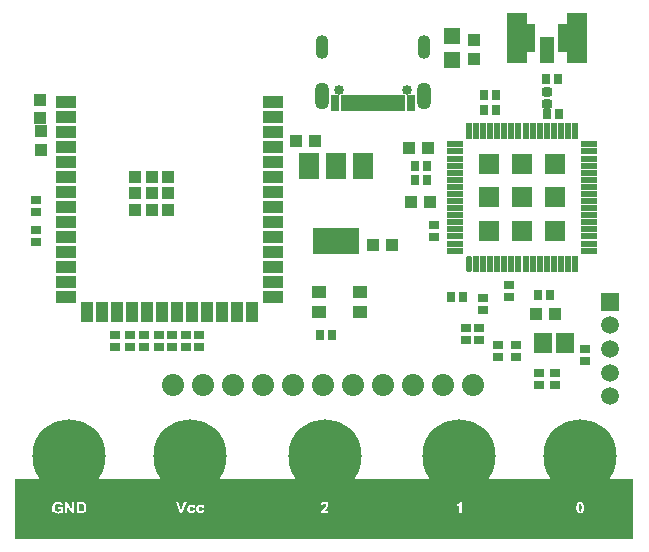
<source format=gts>
G04*
G04 #@! TF.GenerationSoftware,Altium Limited,Altium Designer,24.2.2 (26)*
G04*
G04 Layer_Color=8388736*
%FSLAX43Y43*%
%MOMM*%
G71*
G04*
G04 #@! TF.SameCoordinates,B843E786-A032-4A45-835C-5377563589AC*
G04*
G04*
G04 #@! TF.FilePolarity,Negative*
G04*
G01*
G75*
%ADD19R,1.000X5.000*%
%ADD38R,0.914X2.337*%
%ADD39R,1.100X1.100*%
%ADD40R,1.700X1.100*%
%ADD41R,1.100X1.700*%
%ADD42R,0.570X1.370*%
%ADD43R,1.100X1.100*%
%ADD44R,1.370X0.570*%
%ADD45R,1.700X2.200*%
%ADD46R,4.000X2.200*%
%ADD47R,1.200X1.050*%
%ADD48R,0.900X0.800*%
%ADD49R,0.800X0.900*%
G04:AMPARAMS|DCode=50|XSize=0.8mm|YSize=0.9mm|CornerRadius=0.25mm|HoleSize=0mm|Usage=FLASHONLY|Rotation=90.000|XOffset=0mm|YOffset=0mm|HoleType=Round|Shape=RoundedRectangle|*
%AMROUNDEDRECTD50*
21,1,0.800,0.400,0,0,90.0*
21,1,0.300,0.900,0,0,90.0*
1,1,0.500,0.200,0.150*
1,1,0.500,0.200,-0.150*
1,1,0.500,-0.200,-0.150*
1,1,0.500,-0.200,0.150*
%
%ADD50ROUNDEDRECTD50*%
%ADD51R,1.521X1.724*%
%ADD52R,0.800X1.340*%
%ADD53R,0.500X1.340*%
%ADD54R,1.724X4.264*%
%ADD55R,1.216X2.232*%
%ADD56R,1.800X1.800*%
G04:AMPARAMS|DCode=57|XSize=1.37mm|YSize=0.57mm|CornerRadius=0.285mm|HoleSize=0mm|Usage=FLASHONLY|Rotation=90.000|XOffset=0mm|YOffset=0mm|HoleType=Round|Shape=RoundedRectangle|*
%AMROUNDEDRECTD57*
21,1,1.370,0.000,0,0,90.0*
21,1,0.800,0.570,0,0,90.0*
1,1,0.570,0.000,0.400*
1,1,0.570,0.000,-0.400*
1,1,0.570,0.000,-0.400*
1,1,0.570,0.000,0.400*
%
%ADD57ROUNDEDRECTD57*%
%ADD58R,1.400X1.400*%
%ADD59C,6.200*%
%ADD60C,1.876*%
%ADD61C,1.500*%
%ADD62C,0.850*%
%ADD63O,1.100X2.000*%
%ADD64O,1.250X2.300*%
%ADD65R,1.500X1.500*%
G36*
X49950Y5040D02*
X52162D01*
Y-40D01*
X49950D01*
Y-40D01*
X45340D01*
Y-40D01*
X39710D01*
Y-40D01*
X35398D01*
Y-50D01*
X28032D01*
Y-40D01*
X23968D01*
Y-50D01*
X16602D01*
Y-40D01*
X12310D01*
Y-40D01*
X6710D01*
Y-40D01*
X2378D01*
Y-50D01*
X-162D01*
Y5030D01*
X2100D01*
Y5235D01*
X6710D01*
Y5040D01*
X12310D01*
Y5235D01*
X16920D01*
Y5030D01*
X23690D01*
Y5235D01*
X28300D01*
Y5030D01*
X35100D01*
Y5235D01*
X39710D01*
Y5040D01*
X45340D01*
Y5235D01*
X49950D01*
Y5040D01*
D02*
G37*
%LPC*%
G36*
X26323Y3087D02*
D01*
Y2816D01*
X26322Y2837D01*
X26319Y2857D01*
X26315Y2876D01*
X26310Y2895D01*
X26304Y2912D01*
X26296Y2928D01*
X26289Y2942D01*
X26281Y2955D01*
X26273Y2968D01*
X26266Y2978D01*
X26258Y2988D01*
X26252Y2995D01*
X26247Y3000D01*
X26242Y3006D01*
X26240Y3008D01*
X26239Y3009D01*
X26223Y3023D01*
X26205Y3034D01*
X26187Y3045D01*
X26169Y3054D01*
X26150Y3062D01*
X26131Y3068D01*
X26113Y3073D01*
X26095Y3078D01*
X26079Y3081D01*
X26063Y3083D01*
X26049Y3085D01*
X26037Y3086D01*
X26027Y3087D01*
X25992D01*
X26013D01*
X25989Y3086D01*
X25965Y3084D01*
X25943Y3081D01*
X25923Y3077D01*
X25903Y3071D01*
X25885Y3066D01*
X25869Y3060D01*
X25853Y3053D01*
X25840Y3047D01*
X25828Y3041D01*
X25818Y3035D01*
X25809Y3030D01*
X25803Y3026D01*
X25797Y3023D01*
X25794Y3021D01*
X25793Y3019D01*
X25777Y3006D01*
X25764Y2991D01*
X25751Y2974D01*
X25740Y2956D01*
X25731Y2938D01*
X25722Y2919D01*
X25715Y2901D01*
X25709Y2883D01*
X25703Y2866D01*
X25699Y2850D01*
X25696Y2836D01*
X25694Y2823D01*
X25692Y2812D01*
X25691Y2804D01*
X25690Y2800D01*
Y2798D01*
X25876Y2780D01*
X25877Y2794D01*
X25879Y2808D01*
X25884Y2832D01*
X25890Y2853D01*
X25897Y2868D01*
X25904Y2881D01*
X25909Y2889D01*
X25914Y2894D01*
X25915Y2896D01*
X25928Y2907D01*
X25944Y2917D01*
X25960Y2923D01*
X25975Y2928D01*
X25989Y2930D01*
X25999Y2932D01*
X26009D01*
X26030Y2931D01*
X26048Y2926D01*
X26064Y2921D01*
X26077Y2915D01*
X26088Y2909D01*
X26095Y2903D01*
X26101Y2899D01*
X26102Y2898D01*
X26113Y2884D01*
X26122Y2868D01*
X26127Y2853D01*
X26131Y2838D01*
X26133Y2823D01*
X26136Y2812D01*
Y2808D01*
Y2805D01*
Y2803D01*
Y2802D01*
X26133Y2781D01*
X26129Y2760D01*
X26123Y2740D01*
X26117Y2724D01*
X26109Y2709D01*
X26103Y2697D01*
X26100Y2693D01*
X26099Y2690D01*
X26096Y2689D01*
Y2688D01*
X26090Y2679D01*
X26082Y2669D01*
X26071Y2657D01*
X26061Y2645D01*
X26035Y2619D01*
X26008Y2593D01*
X25995Y2580D01*
X25982Y2567D01*
X25972Y2557D01*
X25961Y2547D01*
X25953Y2540D01*
X25946Y2533D01*
X25942Y2529D01*
X25941Y2528D01*
X25913Y2502D01*
X25887Y2476D01*
X25863Y2452D01*
X25842Y2430D01*
X25823Y2410D01*
X25806Y2390D01*
X25790Y2373D01*
X25777Y2357D01*
X25766Y2342D01*
X25756Y2331D01*
X25748Y2319D01*
X25741Y2310D01*
X25737Y2304D01*
X25733Y2299D01*
X25732Y2296D01*
X25731Y2295D01*
X25713Y2262D01*
X25699Y2229D01*
X25688Y2197D01*
X25679Y2169D01*
X25676Y2156D01*
X25674Y2145D01*
X25672Y2134D01*
X25670Y2126D01*
X25669Y2118D01*
Y2113D01*
X25667Y2110D01*
Y2109D01*
X26323D01*
Y3087D01*
D02*
G37*
G36*
X3870Y3102D02*
X2958D01*
X3417D01*
X3392Y3100D01*
X3369Y3098D01*
X3347Y3095D01*
X3326Y3091D01*
X3307Y3087D01*
X3289Y3082D01*
X3273Y3078D01*
X3258Y3074D01*
X3245Y3070D01*
X3235Y3065D01*
X3225Y3061D01*
X3218Y3058D01*
X3213Y3056D01*
X3209Y3055D01*
X3208Y3054D01*
X3186Y3041D01*
X3165Y3027D01*
X3145Y3014D01*
X3127Y2999D01*
X3110Y2983D01*
X3095Y2968D01*
X3081Y2953D01*
X3069Y2939D01*
X3057Y2925D01*
X3048Y2912D01*
X3040Y2901D01*
X3033Y2891D01*
X3028Y2883D01*
X3025Y2876D01*
X3022Y2872D01*
X3021Y2871D01*
X3010Y2849D01*
X3000Y2826D01*
X2992Y2802D01*
X2984Y2779D01*
X2979Y2756D01*
X2974Y2734D01*
X2970Y2711D01*
X2966Y2691D01*
X2963Y2672D01*
X2961Y2655D01*
X2960Y2640D01*
X2959Y2626D01*
X2958Y2615D01*
Y2093D01*
Y2601D01*
X2959Y2574D01*
X2960Y2549D01*
X2963Y2524D01*
X2966Y2500D01*
X2972Y2478D01*
X2976Y2457D01*
X2981Y2437D01*
X2987Y2418D01*
X2992Y2401D01*
X2997Y2386D01*
X3002Y2372D01*
X3007Y2362D01*
X3010Y2352D01*
X3013Y2346D01*
X3014Y2342D01*
X3015Y2341D01*
X3027Y2318D01*
X3038Y2298D01*
X3052Y2279D01*
X3066Y2261D01*
X3079Y2245D01*
X3094Y2230D01*
X3108Y2216D01*
X3122Y2204D01*
X3134Y2193D01*
X3146Y2183D01*
X3158Y2176D01*
X3166Y2168D01*
X3175Y2163D01*
X3180Y2160D01*
X3184Y2158D01*
X3185Y2157D01*
X3207Y2145D01*
X3230Y2136D01*
X3252Y2127D01*
X3275Y2120D01*
X3298Y2114D01*
X3320Y2109D01*
X3342Y2105D01*
X3362Y2102D01*
X3381Y2099D01*
X3398Y2096D01*
X3413Y2095D01*
X3427Y2094D01*
X3438Y2093D01*
X3452D01*
X3475Y2094D01*
X3497Y2095D01*
X3540Y2101D01*
X3561Y2104D01*
X3580Y2108D01*
X3599Y2112D01*
X3616Y2117D01*
X3632Y2121D01*
X3647Y2124D01*
X3660Y2128D01*
X3670Y2131D01*
X3679Y2135D01*
X3685Y2137D01*
X3689Y2139D01*
X3690D01*
X3711Y2147D01*
X3731Y2157D01*
X3750Y2165D01*
X3767Y2175D01*
X3784Y2183D01*
X3799Y2192D01*
X3812Y2200D01*
X3824Y2208D01*
X3835Y2216D01*
X3845Y2222D01*
X3852Y2229D01*
X3858Y2234D01*
X3864Y2238D01*
X3867Y2241D01*
X3869Y2242D01*
X3870Y2243D01*
Y2112D01*
Y2639D01*
Y2633D01*
X3446D01*
Y2468D01*
X3671D01*
Y2344D01*
X3653Y2331D01*
X3635Y2320D01*
X3617Y2311D01*
X3600Y2303D01*
X3586Y2295D01*
X3574Y2290D01*
X3570Y2288D01*
X3567Y2287D01*
X3564Y2286D01*
X3563D01*
X3540Y2277D01*
X3518Y2272D01*
X3498Y2268D01*
X3479Y2264D01*
X3463Y2262D01*
X3456D01*
X3450Y2261D01*
X3440D01*
X3417Y2262D01*
X3395Y2266D01*
X3375Y2270D01*
X3355Y2275D01*
X3337Y2281D01*
X3321Y2289D01*
X3306Y2296D01*
X3292Y2305D01*
X3280Y2313D01*
X3269Y2320D01*
X3260Y2328D01*
X3252Y2334D01*
X3246Y2340D01*
X3241Y2345D01*
X3239Y2347D01*
X3238Y2348D01*
X3224Y2365D01*
X3213Y2384D01*
X3202Y2404D01*
X3194Y2425D01*
X3186Y2447D01*
X3180Y2468D01*
X3175Y2491D01*
X3170Y2511D01*
X3167Y2531D01*
X3165Y2550D01*
X3163Y2566D01*
X3162Y2580D01*
Y2592D01*
X3161Y2602D01*
Y2607D01*
Y2609D01*
X3162Y2639D01*
X3164Y2666D01*
X3168Y2691D01*
X3172Y2715D01*
X3179Y2737D01*
X3185Y2757D01*
X3191Y2775D01*
X3199Y2791D01*
X3206Y2805D01*
X3213Y2817D01*
X3219Y2828D01*
X3225Y2836D01*
X3230Y2844D01*
X3234Y2848D01*
X3236Y2851D01*
X3237Y2852D01*
X3252Y2867D01*
X3268Y2879D01*
X3284Y2890D01*
X3301Y2900D01*
X3318Y2908D01*
X3335Y2914D01*
X3352Y2920D01*
X3368Y2924D01*
X3383Y2927D01*
X3398Y2930D01*
X3410Y2932D01*
X3421Y2933D01*
X3429Y2934D01*
X3442D01*
X3473Y2932D01*
X3500Y2928D01*
X3524Y2921D01*
X3544Y2913D01*
X3553Y2909D01*
X3561Y2906D01*
X3568Y2902D01*
X3573Y2898D01*
X3578Y2896D01*
X3581Y2894D01*
X3582Y2892D01*
X3584D01*
X3604Y2875D01*
X3619Y2857D01*
X3633Y2838D01*
X3644Y2820D01*
X3652Y2804D01*
X3655Y2797D01*
X3657Y2791D01*
X3660Y2786D01*
X3661Y2782D01*
X3662Y2780D01*
Y2779D01*
X3857Y2816D01*
X3851Y2840D01*
X3843Y2864D01*
X3834Y2886D01*
X3824Y2906D01*
X3814Y2924D01*
X3802Y2942D01*
X3792Y2958D01*
X3780Y2971D01*
X3769Y2984D01*
X3759Y2996D01*
X3749Y3004D01*
X3742Y3013D01*
X3735Y3019D01*
X3729Y3023D01*
X3726Y3025D01*
X3725Y3026D01*
X3705Y3040D01*
X3684Y3052D01*
X3662Y3061D01*
X3638Y3071D01*
X3614Y3078D01*
X3591Y3083D01*
X3568Y3089D01*
X3545Y3093D01*
X3524Y3096D01*
X3505Y3098D01*
X3487Y3100D01*
X3471Y3101D01*
X3460Y3102D01*
X3870D01*
D01*
D02*
G37*
G36*
X15809Y2841D02*
D01*
Y2357D01*
X15626Y2389D01*
X15619Y2363D01*
X15612Y2341D01*
X15603Y2323D01*
X15596Y2308D01*
X15589Y2298D01*
X15582Y2290D01*
X15578Y2285D01*
X15577Y2284D01*
X15563Y2275D01*
X15550Y2267D01*
X15535Y2262D01*
X15521Y2259D01*
X15509Y2257D01*
X15499Y2254D01*
X15490D01*
X15478Y2256D01*
X15465Y2257D01*
X15442Y2263D01*
X15423Y2271D01*
X15407Y2281D01*
X15393Y2290D01*
X15384Y2298D01*
X15378Y2304D01*
X15376Y2305D01*
Y2306D01*
X15369Y2317D01*
X15363Y2328D01*
X15357Y2342D01*
X15352Y2356D01*
X15346Y2385D01*
X15340Y2414D01*
X15338Y2429D01*
X15337Y2441D01*
X15336Y2453D01*
Y2464D01*
X15335Y2472D01*
Y2478D01*
Y2483D01*
Y2484D01*
Y2504D01*
X15337Y2523D01*
X15339Y2541D01*
X15341Y2557D01*
X15345Y2571D01*
X15348Y2584D01*
X15352Y2597D01*
X15356Y2607D01*
X15359Y2616D01*
X15364Y2624D01*
X15367Y2631D01*
X15370Y2636D01*
X15372Y2640D01*
X15374Y2643D01*
X15376Y2644D01*
Y2645D01*
X15385Y2654D01*
X15393Y2661D01*
X15411Y2674D01*
X15429Y2682D01*
X15447Y2688D01*
X15463Y2692D01*
X15470Y2693D01*
X15476D01*
X15481Y2694D01*
X15487D01*
X15506Y2693D01*
X15523Y2690D01*
X15538Y2684D01*
X15550Y2680D01*
X15560Y2675D01*
X15566Y2670D01*
X15572Y2667D01*
X15573Y2665D01*
X15584Y2654D01*
X15594Y2641D01*
X15601Y2627D01*
X15608Y2615D01*
X15611Y2603D01*
X15614Y2593D01*
X15616Y2586D01*
Y2585D01*
Y2584D01*
X15800Y2617D01*
X15794Y2637D01*
X15785Y2657D01*
X15778Y2674D01*
X15768Y2691D01*
X15760Y2706D01*
X15750Y2719D01*
X15741Y2732D01*
X15732Y2744D01*
X15724Y2753D01*
X15717Y2762D01*
X15709Y2769D01*
X15703Y2774D01*
X15697Y2780D01*
X15693Y2783D01*
X15691Y2784D01*
X15690Y2785D01*
X15675Y2794D01*
X15659Y2804D01*
X15643Y2811D01*
X15626Y2818D01*
X15592Y2827D01*
X15559Y2833D01*
X15544Y2837D01*
X15529Y2838D01*
X15518Y2839D01*
X15506Y2840D01*
X15498Y2841D01*
X15144D01*
X15485D01*
X15457Y2840D01*
X15429Y2837D01*
X15404Y2831D01*
X15379Y2826D01*
X15357Y2818D01*
X15337Y2810D01*
X15318Y2801D01*
X15301Y2792D01*
X15286Y2783D01*
X15273Y2773D01*
X15262Y2766D01*
X15253Y2758D01*
X15245Y2752D01*
X15240Y2747D01*
X15237Y2744D01*
X15236Y2743D01*
X15220Y2724D01*
X15205Y2704D01*
X15193Y2681D01*
X15183Y2659D01*
X15173Y2636D01*
X15166Y2614D01*
X15161Y2592D01*
X15155Y2570D01*
X15151Y2549D01*
X15149Y2530D01*
X15147Y2513D01*
X15145Y2499D01*
Y2487D01*
X15144Y2477D01*
Y2470D01*
X15145Y2438D01*
X15148Y2409D01*
X15152Y2381D01*
X15159Y2355D01*
X15165Y2331D01*
X15173Y2308D01*
X15181Y2288D01*
X15190Y2270D01*
X15199Y2254D01*
X15207Y2240D01*
X15215Y2228D01*
X15221Y2217D01*
X15227Y2210D01*
X15232Y2204D01*
X15235Y2201D01*
X15236Y2200D01*
X15254Y2183D01*
X15273Y2168D01*
X15293Y2154D01*
X15313Y2144D01*
X15334Y2134D01*
X15354Y2126D01*
X15374Y2119D01*
X15393Y2115D01*
X15411Y2111D01*
X15428Y2108D01*
X15444Y2105D01*
X15457Y2103D01*
X15467D01*
X15476Y2102D01*
X15144D01*
X15482D01*
X15507Y2103D01*
X15531Y2105D01*
X15553Y2109D01*
X15573Y2112D01*
X15593Y2117D01*
X15611Y2122D01*
X15627Y2128D01*
X15641Y2134D01*
X15654Y2140D01*
X15666Y2146D01*
X15675Y2151D01*
X15684Y2156D01*
X15690Y2159D01*
X15695Y2163D01*
X15697Y2165D01*
X15699Y2166D01*
X15713Y2178D01*
X15727Y2192D01*
X15739Y2207D01*
X15750Y2223D01*
X15761Y2239D01*
X15769Y2254D01*
X15784Y2285D01*
X15790Y2300D01*
X15796Y2314D01*
X15800Y2325D01*
X15803Y2336D01*
X15806Y2345D01*
X15808Y2352D01*
X15809Y2356D01*
Y2210D01*
Y2841D01*
D02*
G37*
G36*
X15052D02*
D01*
Y2357D01*
X14868Y2389D01*
X14862Y2363D01*
X14854Y2341D01*
X14846Y2323D01*
X14838Y2308D01*
X14831Y2298D01*
X14825Y2290D01*
X14820Y2285D01*
X14819Y2284D01*
X14806Y2275D01*
X14792Y2267D01*
X14777Y2262D01*
X14763Y2259D01*
X14752Y2257D01*
X14741Y2254D01*
X14733D01*
X14720Y2256D01*
X14707Y2257D01*
X14684Y2263D01*
X14665Y2271D01*
X14649Y2281D01*
X14636Y2290D01*
X14626Y2298D01*
X14621Y2304D01*
X14619Y2305D01*
Y2306D01*
X14611Y2317D01*
X14605Y2328D01*
X14600Y2342D01*
X14594Y2356D01*
X14588Y2385D01*
X14583Y2414D01*
X14581Y2429D01*
X14580Y2441D01*
X14578Y2453D01*
Y2464D01*
X14577Y2472D01*
Y2478D01*
Y2483D01*
Y2484D01*
Y2504D01*
X14580Y2523D01*
X14582Y2541D01*
X14584Y2557D01*
X14587Y2571D01*
X14590Y2584D01*
X14594Y2597D01*
X14599Y2607D01*
X14602Y2616D01*
X14606Y2624D01*
X14609Y2631D01*
X14612Y2636D01*
X14614Y2640D01*
X14617Y2643D01*
X14619Y2644D01*
Y2645D01*
X14627Y2654D01*
X14636Y2661D01*
X14654Y2674D01*
X14671Y2682D01*
X14689Y2688D01*
X14705Y2692D01*
X14713Y2693D01*
X14718D01*
X14723Y2694D01*
X14730D01*
X14749Y2693D01*
X14766Y2690D01*
X14780Y2684D01*
X14792Y2680D01*
X14803Y2675D01*
X14809Y2670D01*
X14814Y2667D01*
X14815Y2665D01*
X14827Y2654D01*
X14836Y2641D01*
X14844Y2627D01*
X14850Y2615D01*
X14853Y2603D01*
X14856Y2593D01*
X14859Y2586D01*
Y2585D01*
Y2584D01*
X15042Y2617D01*
X15036Y2637D01*
X15028Y2657D01*
X15020Y2674D01*
X15011Y2691D01*
X15002Y2706D01*
X14993Y2719D01*
X14983Y2732D01*
X14975Y2744D01*
X14966Y2753D01*
X14959Y2762D01*
X14951Y2769D01*
X14945Y2774D01*
X14940Y2780D01*
X14936Y2783D01*
X14934Y2784D01*
X14932Y2785D01*
X14918Y2794D01*
X14902Y2804D01*
X14885Y2811D01*
X14868Y2818D01*
X14834Y2827D01*
X14801Y2833D01*
X14787Y2837D01*
X14772Y2838D01*
X14760Y2839D01*
X14749Y2840D01*
X14740Y2841D01*
X14386D01*
X14727D01*
X14699Y2840D01*
X14671Y2837D01*
X14646Y2831D01*
X14622Y2826D01*
X14600Y2818D01*
X14580Y2810D01*
X14561Y2801D01*
X14544Y2792D01*
X14529Y2783D01*
X14515Y2773D01*
X14505Y2766D01*
X14495Y2758D01*
X14488Y2752D01*
X14482Y2747D01*
X14479Y2744D01*
X14478Y2743D01*
X14462Y2724D01*
X14447Y2704D01*
X14436Y2681D01*
X14425Y2659D01*
X14416Y2636D01*
X14408Y2614D01*
X14403Y2592D01*
X14398Y2570D01*
X14394Y2549D01*
X14391Y2530D01*
X14389Y2513D01*
X14387Y2499D01*
Y2487D01*
X14386Y2477D01*
Y2470D01*
X14387Y2438D01*
X14390Y2409D01*
X14395Y2381D01*
X14401Y2355D01*
X14407Y2331D01*
X14416Y2308D01*
X14423Y2288D01*
X14433Y2270D01*
X14441Y2254D01*
X14450Y2240D01*
X14457Y2228D01*
X14463Y2217D01*
X14470Y2210D01*
X14474Y2204D01*
X14477Y2201D01*
X14478Y2200D01*
X14496Y2183D01*
X14515Y2168D01*
X14535Y2154D01*
X14555Y2144D01*
X14576Y2134D01*
X14596Y2126D01*
X14617Y2119D01*
X14636Y2115D01*
X14654Y2111D01*
X14670Y2108D01*
X14686Y2105D01*
X14699Y2103D01*
X14710D01*
X14718Y2102D01*
X14386D01*
X14724D01*
X14750Y2103D01*
X14773Y2105D01*
X14795Y2109D01*
X14815Y2112D01*
X14835Y2117D01*
X14853Y2122D01*
X14869Y2128D01*
X14884Y2134D01*
X14897Y2140D01*
X14908Y2146D01*
X14918Y2151D01*
X14926Y2156D01*
X14932Y2159D01*
X14938Y2163D01*
X14940Y2165D01*
X14941Y2166D01*
X14956Y2178D01*
X14969Y2192D01*
X14981Y2207D01*
X14993Y2223D01*
X15003Y2239D01*
X15012Y2254D01*
X15027Y2285D01*
X15033Y2300D01*
X15038Y2314D01*
X15042Y2325D01*
X15046Y2336D01*
X15049Y2345D01*
X15051Y2352D01*
X15052Y2356D01*
Y2841D01*
D02*
G37*
G36*
X4827Y3087D02*
X4599D01*
X4645D01*
Y2431D01*
X4244Y3087D01*
X4054D01*
Y2111D01*
X4348D01*
X4235D01*
Y2752D01*
X4631Y2111D01*
X4827D01*
Y3087D01*
D02*
G37*
G36*
X14328Y3093D02*
X14119D01*
X13880Y2372D01*
X13633Y3093D01*
X13949D01*
X13420D01*
X13768Y2118D01*
X13420D01*
X14328D01*
D01*
X13979D01*
X14328Y3093D01*
D02*
G37*
G36*
X5852Y3087D02*
X5035D01*
Y2111D01*
X5425D01*
X5444Y2112D01*
X5462Y2113D01*
X5478Y2114D01*
X5494Y2115D01*
X5509Y2118D01*
X5521Y2120D01*
X5533Y2122D01*
X5544Y2123D01*
X5553Y2125D01*
X5562Y2127D01*
X5568Y2128D01*
X5573Y2129D01*
X5576Y2130D01*
X5578Y2131D01*
X5580D01*
X5610Y2143D01*
X5638Y2156D01*
X5661Y2168D01*
X5681Y2181D01*
X5689Y2186D01*
X5697Y2192D01*
X5702Y2197D01*
X5707Y2201D01*
X5712Y2204D01*
X5715Y2207D01*
X5716Y2208D01*
X5717Y2210D01*
X5741Y2236D01*
X5762Y2264D01*
X5780Y2293D01*
X5795Y2320D01*
X5801Y2333D01*
X5807Y2345D01*
X5811Y2355D01*
X5815Y2364D01*
X5817Y2371D01*
X5819Y2378D01*
X5821Y2381D01*
Y2382D01*
X5832Y2416D01*
X5839Y2450D01*
X5845Y2485D01*
X5848Y2518D01*
X5850Y2533D01*
X5851Y2547D01*
Y2558D01*
X5852Y2569D01*
Y2277D01*
Y2633D01*
Y2614D01*
X5851Y2639D01*
X5849Y2661D01*
X5847Y2683D01*
X5845Y2703D01*
X5842Y2722D01*
X5838Y2740D01*
X5836Y2756D01*
X5833Y2770D01*
X5830Y2782D01*
X5827Y2794D01*
X5825Y2802D01*
X5823Y2810D01*
X5820Y2815D01*
X5819Y2818D01*
Y2819D01*
X5807Y2853D01*
X5792Y2884D01*
X5776Y2911D01*
X5769Y2923D01*
X5761Y2933D01*
X5754Y2944D01*
X5748Y2952D01*
X5741Y2960D01*
X5737Y2966D01*
X5733Y2971D01*
X5730Y2975D01*
X5727Y2977D01*
X5726Y2978D01*
X5702Y3000D01*
X5678Y3019D01*
X5653Y3035D01*
X5630Y3046D01*
X5610Y3056D01*
X5602Y3060D01*
X5594Y3062D01*
X5588Y3064D01*
X5584Y3066D01*
X5581Y3068D01*
X5580D01*
X5567Y3071D01*
X5553Y3074D01*
X5523Y3078D01*
X5493Y3082D01*
X5463Y3084D01*
X5450Y3086D01*
X5425D01*
X5415Y3087D01*
X5852D01*
D01*
D02*
G37*
G36*
X37619Y3087D02*
X37467D01*
X37460Y3070D01*
X37453Y3054D01*
X37435Y3025D01*
X37416Y2998D01*
X37396Y2975D01*
X37386Y2965D01*
X37378Y2956D01*
X37371Y2948D01*
X37363Y2941D01*
X37358Y2936D01*
X37354Y2933D01*
X37351Y2931D01*
X37350Y2930D01*
X37318Y2906D01*
X37288Y2887D01*
X37262Y2872D01*
X37239Y2860D01*
X37228Y2855D01*
X37218Y2850D01*
X37211Y2847D01*
X37204Y2844D01*
X37198Y2842D01*
X37194Y2841D01*
X37192Y2840D01*
X37191D01*
Y2670D01*
X37216Y2679D01*
X37241Y2689D01*
X37265Y2699D01*
X37287Y2711D01*
X37308Y2723D01*
X37328Y2734D01*
X37346Y2746D01*
X37363Y2757D01*
X37379Y2768D01*
X37392Y2779D01*
X37404Y2788D01*
X37414Y2795D01*
X37421Y2802D01*
X37428Y2807D01*
X37431Y2810D01*
X37432Y2811D01*
Y2109D01*
X37191D01*
X37619D01*
Y3087D01*
D02*
G37*
G36*
X47961Y3096D02*
X47329D01*
X47644D01*
X47619Y3095D01*
X47595Y3092D01*
X47572Y3087D01*
X47550Y3080D01*
X47530Y3073D01*
X47512Y3064D01*
X47495Y3055D01*
X47481Y3046D01*
X47468Y3037D01*
X47456Y3027D01*
X47447Y3019D01*
X47438Y3012D01*
X47432Y3005D01*
X47428Y3000D01*
X47425Y2997D01*
X47424Y2996D01*
X47407Y2971D01*
X47392Y2944D01*
X47379Y2914D01*
X47369Y2883D01*
X47359Y2850D01*
X47352Y2817D01*
X47345Y2784D01*
X47340Y2752D01*
X47337Y2721D01*
X47334Y2692D01*
X47332Y2667D01*
X47330Y2644D01*
Y2634D01*
Y2626D01*
X47329Y2618D01*
Y2599D01*
X47330Y2549D01*
X47333Y2502D01*
X47337Y2459D01*
X47342Y2420D01*
X47349Y2384D01*
X47356Y2352D01*
X47363Y2324D01*
X47372Y2298D01*
X47380Y2277D01*
X47388Y2258D01*
X47395Y2242D01*
X47401Y2230D01*
X47407Y2220D01*
X47412Y2214D01*
X47414Y2210D01*
X47415Y2208D01*
X47432Y2189D01*
X47450Y2173D01*
X47469Y2158D01*
X47488Y2145D01*
X47507Y2136D01*
X47526Y2126D01*
X47544Y2119D01*
X47562Y2113D01*
X47579Y2109D01*
X47595Y2105D01*
X47609Y2103D01*
X47621Y2102D01*
X47631Y2101D01*
X47638Y2100D01*
X47329D01*
X47644D01*
X47670Y2101D01*
X47694Y2104D01*
X47717Y2109D01*
X47739Y2115D01*
X47759Y2123D01*
X47777Y2131D01*
X47793Y2140D01*
X47808Y2149D01*
X47821Y2159D01*
X47833Y2167D01*
X47843Y2176D01*
X47851Y2183D01*
X47857Y2189D01*
X47862Y2195D01*
X47864Y2198D01*
X47865Y2199D01*
X47882Y2223D01*
X47897Y2251D01*
X47910Y2281D01*
X47921Y2312D01*
X47930Y2345D01*
X47938Y2379D01*
X47945Y2411D01*
X47950Y2444D01*
X47953Y2475D01*
X47956Y2503D01*
X47958Y2530D01*
X47960Y2552D01*
Y2562D01*
Y2571D01*
X47961Y2578D01*
Y2597D01*
X47960Y2647D01*
X47957Y2693D01*
X47953Y2737D01*
X47947Y2776D01*
X47939Y2812D01*
X47932Y2845D01*
X47922Y2874D01*
X47914Y2900D01*
X47905Y2923D01*
X47897Y2942D01*
X47889Y2959D01*
X47881Y2971D01*
X47875Y2982D01*
X47871Y2989D01*
X47867Y2994D01*
X47866Y2995D01*
X47851Y3013D01*
X47834Y3028D01*
X47816Y3042D01*
X47798Y3054D01*
X47780Y3063D01*
X47761Y3072D01*
X47743Y3078D01*
X47726Y3083D01*
X47709Y3088D01*
X47693Y3091D01*
X47679Y3093D01*
X47668Y3095D01*
X47658D01*
X47651Y3096D01*
X47961D01*
D02*
G37*
G36*
X47329Y2522D02*
Y2100D01*
D01*
Y2522D01*
D02*
G37*
G36*
X3438Y2093D02*
D01*
X2958D01*
X3438D01*
D02*
G37*
%LPD*%
G36*
X26323Y2282D02*
X25951D01*
X25963Y2300D01*
X25970Y2308D01*
X25975Y2317D01*
X25980Y2323D01*
X25984Y2328D01*
X25988Y2332D01*
X25989Y2333D01*
X25994Y2338D01*
X26000Y2345D01*
X26008Y2353D01*
X26016Y2361D01*
X26034Y2379D01*
X26053Y2397D01*
X26071Y2414D01*
X26080Y2421D01*
X26087Y2428D01*
X26092Y2433D01*
X26096Y2437D01*
X26100Y2439D01*
X26101Y2440D01*
X26117Y2455D01*
X26131Y2469D01*
X26145Y2483D01*
X26158Y2494D01*
X26168Y2506D01*
X26179Y2515D01*
X26187Y2525D01*
X26196Y2533D01*
X26207Y2547D01*
X26217Y2557D01*
X26221Y2563D01*
X26223Y2565D01*
X26241Y2589D01*
X26257Y2613D01*
X26270Y2634D01*
X26280Y2652D01*
X26288Y2668D01*
X26291Y2674D01*
X26294Y2679D01*
X26296Y2683D01*
X26297Y2688D01*
X26298Y2689D01*
Y2690D01*
X26307Y2712D01*
X26312Y2734D01*
X26316Y2755D01*
X26319Y2775D01*
X26322Y2791D01*
Y2799D01*
X26323Y2804D01*
Y2282D01*
D02*
G37*
G36*
X5379Y2921D02*
X5396D01*
X5410Y2920D01*
X5424Y2919D01*
X5436Y2917D01*
X5445D01*
X5455Y2916D01*
X5462Y2915D01*
X5469Y2914D01*
X5473Y2913D01*
X5477D01*
X5479Y2912D01*
X5481D01*
X5501Y2907D01*
X5519Y2900D01*
X5535Y2892D01*
X5548Y2885D01*
X5558Y2877D01*
X5567Y2871D01*
X5571Y2867D01*
X5573Y2866D01*
X5586Y2852D01*
X5597Y2837D01*
X5607Y2821D01*
X5614Y2807D01*
X5621Y2793D01*
X5626Y2781D01*
X5627Y2778D01*
X5628Y2775D01*
X5629Y2773D01*
Y2772D01*
X5632Y2760D01*
X5635Y2747D01*
X5641Y2719D01*
X5644Y2690D01*
X5647Y2663D01*
Y2649D01*
X5648Y2637D01*
Y2627D01*
X5649Y2617D01*
Y2609D01*
Y2604D01*
Y2599D01*
Y2598D01*
Y2578D01*
X5648Y2558D01*
X5647Y2540D01*
X5646Y2522D01*
X5645Y2506D01*
X5643Y2493D01*
X5641Y2479D01*
X5640Y2466D01*
X5638Y2456D01*
X5635Y2446D01*
X5633Y2439D01*
X5632Y2431D01*
X5631Y2426D01*
X5630Y2423D01*
X5629Y2421D01*
Y2420D01*
X5621Y2397D01*
X5612Y2378D01*
X5604Y2362D01*
X5595Y2348D01*
X5589Y2338D01*
X5583Y2331D01*
X5578Y2327D01*
X5577Y2326D01*
X5565Y2316D01*
X5552Y2308D01*
X5538Y2300D01*
X5526Y2294D01*
X5515Y2290D01*
X5507Y2287D01*
X5500Y2286D01*
X5499Y2285D01*
X5498D01*
X5491Y2284D01*
X5482Y2281D01*
X5464Y2279D01*
X5444Y2278D01*
X5424Y2277D01*
X5407Y2276D01*
X5232D01*
Y2922D01*
X5361D01*
X5379Y2921D01*
D02*
G37*
G36*
X47657Y2940D02*
X47668Y2938D01*
X47678Y2933D01*
X47688Y2930D01*
X47694Y2926D01*
X47700Y2922D01*
X47704Y2920D01*
X47705Y2919D01*
X47714Y2909D01*
X47723Y2896D01*
X47730Y2883D01*
X47736Y2868D01*
X47742Y2854D01*
X47745Y2844D01*
X47746Y2839D01*
X47747Y2836D01*
X47748Y2834D01*
Y2833D01*
X47751Y2819D01*
X47754Y2804D01*
X47756Y2788D01*
X47759Y2769D01*
X47762Y2730D01*
X47764Y2691D01*
X47765Y2672D01*
Y2655D01*
X47766Y2639D01*
Y2625D01*
Y2613D01*
Y2605D01*
Y2599D01*
Y2597D01*
Y2567D01*
X47765Y2537D01*
X47764Y2511D01*
X47763Y2486D01*
X47762Y2464D01*
X47760Y2444D01*
X47758Y2426D01*
X47756Y2410D01*
X47754Y2397D01*
X47752Y2385D01*
X47750Y2375D01*
X47749Y2367D01*
X47748Y2361D01*
X47747Y2356D01*
X47746Y2354D01*
Y2353D01*
X47740Y2334D01*
X47733Y2317D01*
X47727Y2305D01*
X47720Y2294D01*
X47714Y2286D01*
X47709Y2280D01*
X47706Y2277D01*
X47705Y2276D01*
X47694Y2269D01*
X47685Y2263D01*
X47674Y2260D01*
X47665Y2258D01*
X47656Y2256D01*
X47650Y2255D01*
X47644D01*
X47632Y2256D01*
X47621Y2258D01*
X47611Y2261D01*
X47602Y2266D01*
X47595Y2270D01*
X47588Y2273D01*
X47585Y2275D01*
X47584Y2276D01*
X47575Y2286D01*
X47566Y2298D01*
X47559Y2312D01*
X47553Y2327D01*
X47547Y2340D01*
X47544Y2350D01*
X47543Y2354D01*
X47542Y2357D01*
X47541Y2360D01*
Y2361D01*
X47538Y2374D01*
X47536Y2389D01*
X47534Y2406D01*
X47531Y2425D01*
X47528Y2464D01*
X47526Y2503D01*
X47525Y2522D01*
Y2539D01*
Y2555D01*
X47524Y2570D01*
Y2581D01*
Y2590D01*
Y2595D01*
Y2597D01*
Y2628D01*
X47525Y2657D01*
X47526Y2684D01*
X47527Y2707D01*
X47528Y2729D01*
X47530Y2749D01*
X47531Y2767D01*
X47534Y2783D01*
X47536Y2797D01*
X47537Y2810D01*
X47539Y2819D01*
X47540Y2828D01*
X47541Y2834D01*
X47542Y2838D01*
X47543Y2840D01*
Y2841D01*
X47549Y2860D01*
X47556Y2877D01*
X47563Y2890D01*
X47569Y2901D01*
X47575Y2909D01*
X47580Y2914D01*
X47583Y2917D01*
X47584Y2919D01*
X47595Y2926D01*
X47604Y2931D01*
X47615Y2935D01*
X47624Y2938D01*
X47633Y2940D01*
X47639Y2941D01*
X47644D01*
X47657Y2940D01*
D02*
G37*
D19*
X1235Y2450D02*
D03*
X10125D02*
D03*
X11395D02*
D03*
X7585D02*
D03*
X8855D02*
D03*
X20285D02*
D03*
X19015D02*
D03*
X17745D02*
D03*
X21555D02*
D03*
X22825D02*
D03*
X30445D02*
D03*
X29175D02*
D03*
X32985D02*
D03*
X34255D02*
D03*
X31715D02*
D03*
X43145D02*
D03*
X40605D02*
D03*
X41875D02*
D03*
X50765D02*
D03*
X44415D02*
D03*
D38*
X46195Y42343D02*
D03*
X43404D02*
D03*
D39*
X12775Y30590D02*
D03*
Y29190D02*
D03*
Y27790D02*
D03*
X11375D02*
D03*
X9975D02*
D03*
Y29190D02*
D03*
Y30590D02*
D03*
X11375D02*
D03*
Y29190D02*
D03*
X33363Y28490D02*
D03*
X33200Y33000D02*
D03*
X30100Y24800D02*
D03*
X43950Y18975D02*
D03*
X45550D02*
D03*
X31700Y24800D02*
D03*
X23600Y33600D02*
D03*
X25200D02*
D03*
X34800Y33000D02*
D03*
X34963Y28490D02*
D03*
D40*
X21625Y36910D02*
D03*
Y35640D02*
D03*
Y34370D02*
D03*
Y33100D02*
D03*
Y31830D02*
D03*
Y30560D02*
D03*
Y29290D02*
D03*
Y28020D02*
D03*
Y20400D02*
D03*
X4125D02*
D03*
Y21670D02*
D03*
Y25480D02*
D03*
Y29290D02*
D03*
Y30560D02*
D03*
Y31830D02*
D03*
Y33100D02*
D03*
Y34370D02*
D03*
Y36910D02*
D03*
Y24210D02*
D03*
Y35640D02*
D03*
X21625Y26750D02*
D03*
Y25480D02*
D03*
Y24210D02*
D03*
Y22940D02*
D03*
Y21670D02*
D03*
X4125Y22940D02*
D03*
Y26750D02*
D03*
Y28020D02*
D03*
D41*
X19860Y19150D02*
D03*
X18590D02*
D03*
X17320D02*
D03*
X16050D02*
D03*
X14780D02*
D03*
X13510D02*
D03*
X12240D02*
D03*
X10970D02*
D03*
X9700D02*
D03*
X8430D02*
D03*
X7160D02*
D03*
X5890D02*
D03*
D42*
X40025Y23200D02*
D03*
X39425D02*
D03*
X41825D02*
D03*
X41225D02*
D03*
X44825D02*
D03*
X46025Y34500D02*
D03*
X45425D02*
D03*
X44225D02*
D03*
X43625D02*
D03*
X41225D02*
D03*
X39425D02*
D03*
X38825D02*
D03*
X40625D02*
D03*
X44225Y23200D02*
D03*
X45425D02*
D03*
X38825D02*
D03*
X44825Y34500D02*
D03*
X38225D02*
D03*
X40025D02*
D03*
X41825D02*
D03*
X42425D02*
D03*
X43025D02*
D03*
X46625D02*
D03*
X47225D02*
D03*
Y23200D02*
D03*
X46625D02*
D03*
X46025D02*
D03*
X43625D02*
D03*
X43025D02*
D03*
X42425D02*
D03*
X40625D02*
D03*
D43*
X1975Y34500D02*
D03*
X1952Y35543D02*
D03*
X38700Y42200D02*
D03*
Y40600D02*
D03*
X1952Y37143D02*
D03*
X1975Y32900D02*
D03*
D44*
X37075Y29750D02*
D03*
X48375Y30950D02*
D03*
X37075Y31550D02*
D03*
Y29150D02*
D03*
Y30350D02*
D03*
Y30950D02*
D03*
X48375Y24350D02*
D03*
Y31550D02*
D03*
Y32150D02*
D03*
X37075Y24350D02*
D03*
Y24950D02*
D03*
Y25550D02*
D03*
Y26150D02*
D03*
Y26750D02*
D03*
Y27350D02*
D03*
Y27950D02*
D03*
Y28550D02*
D03*
Y32150D02*
D03*
Y32750D02*
D03*
Y33350D02*
D03*
X48375D02*
D03*
Y32750D02*
D03*
Y30350D02*
D03*
Y29750D02*
D03*
Y29150D02*
D03*
Y28550D02*
D03*
Y27950D02*
D03*
Y27350D02*
D03*
Y26750D02*
D03*
Y26150D02*
D03*
Y25550D02*
D03*
Y24950D02*
D03*
D45*
X27000Y31500D02*
D03*
X24700D02*
D03*
X29300D02*
D03*
D46*
X27000Y25200D02*
D03*
D47*
X25550Y19125D02*
D03*
X29050D02*
D03*
Y20875D02*
D03*
X25550D02*
D03*
D48*
X1600Y28600D02*
D03*
X13100Y16200D02*
D03*
X39100Y17800D02*
D03*
X38000D02*
D03*
X40663Y16326D02*
D03*
X42225Y16326D02*
D03*
X39436Y20319D02*
D03*
X35300Y26500D02*
D03*
X9500Y16200D02*
D03*
X15400D02*
D03*
X48100Y15000D02*
D03*
X41600Y21400D02*
D03*
Y20400D02*
D03*
X48100Y16000D02*
D03*
X14300Y17200D02*
D03*
Y16200D02*
D03*
X15400Y17200D02*
D03*
X9500D02*
D03*
X12000D02*
D03*
Y16200D02*
D03*
X35300Y25500D02*
D03*
X45500Y14000D02*
D03*
Y13000D02*
D03*
X44200Y14000D02*
D03*
Y13000D02*
D03*
X39436Y19319D02*
D03*
X42225Y15326D02*
D03*
X40663Y15325D02*
D03*
X38000Y16800D02*
D03*
X39100D02*
D03*
X13100Y17200D02*
D03*
X1600Y27600D02*
D03*
X1600Y25100D02*
D03*
Y26100D02*
D03*
X8300Y16200D02*
D03*
Y17200D02*
D03*
X10700Y16200D02*
D03*
Y17200D02*
D03*
D49*
X37700Y20400D02*
D03*
X25600Y17200D02*
D03*
X39500Y36300D02*
D03*
X40500D02*
D03*
X26600Y17200D02*
D03*
X34700Y31500D02*
D03*
X33700D02*
D03*
X34700Y30300D02*
D03*
X33700D02*
D03*
X45100Y20600D02*
D03*
X44100D02*
D03*
X40500Y37500D02*
D03*
X39500D02*
D03*
X36700Y20400D02*
D03*
X45750Y38900D02*
D03*
X44750D02*
D03*
X45825Y35925D02*
D03*
X44825D02*
D03*
D50*
X44800Y37800D02*
D03*
Y36800D02*
D03*
D51*
X44475Y16513D02*
D03*
X46390D02*
D03*
D52*
X26900Y36850D02*
D03*
X27700D02*
D03*
X32500D02*
D03*
X33300D02*
D03*
D53*
X28350D02*
D03*
X28850D02*
D03*
X29350D02*
D03*
X29850D02*
D03*
X30350D02*
D03*
X30850D02*
D03*
X31350D02*
D03*
X31850D02*
D03*
D54*
X47340Y42368D02*
D03*
X42260D02*
D03*
D55*
X44800Y41352D02*
D03*
D56*
X39925Y26050D02*
D03*
Y28850D02*
D03*
Y31650D02*
D03*
X42725Y26050D02*
D03*
Y28850D02*
D03*
Y31650D02*
D03*
X45525Y26050D02*
D03*
Y28850D02*
D03*
Y31650D02*
D03*
D57*
X38225Y23200D02*
D03*
D58*
X36800Y42550D02*
D03*
Y40450D02*
D03*
D59*
X14595Y6950D02*
D03*
X4355D02*
D03*
X26005D02*
D03*
X47595D02*
D03*
X37385D02*
D03*
D60*
X13195Y13000D02*
D03*
X15735D02*
D03*
X18275D02*
D03*
X20815D02*
D03*
X23355D02*
D03*
X25895D02*
D03*
X28435D02*
D03*
X30975D02*
D03*
X33515D02*
D03*
X36055D02*
D03*
X38595D02*
D03*
D61*
X50175Y14025D02*
D03*
Y12025D02*
D03*
Y16025D02*
D03*
Y18025D02*
D03*
D62*
X32990Y37920D02*
D03*
X27210D02*
D03*
D63*
X25780Y41600D02*
D03*
X34420D02*
D03*
D64*
X25780Y37420D02*
D03*
X34420D02*
D03*
D65*
X50175Y20025D02*
D03*
M02*

</source>
